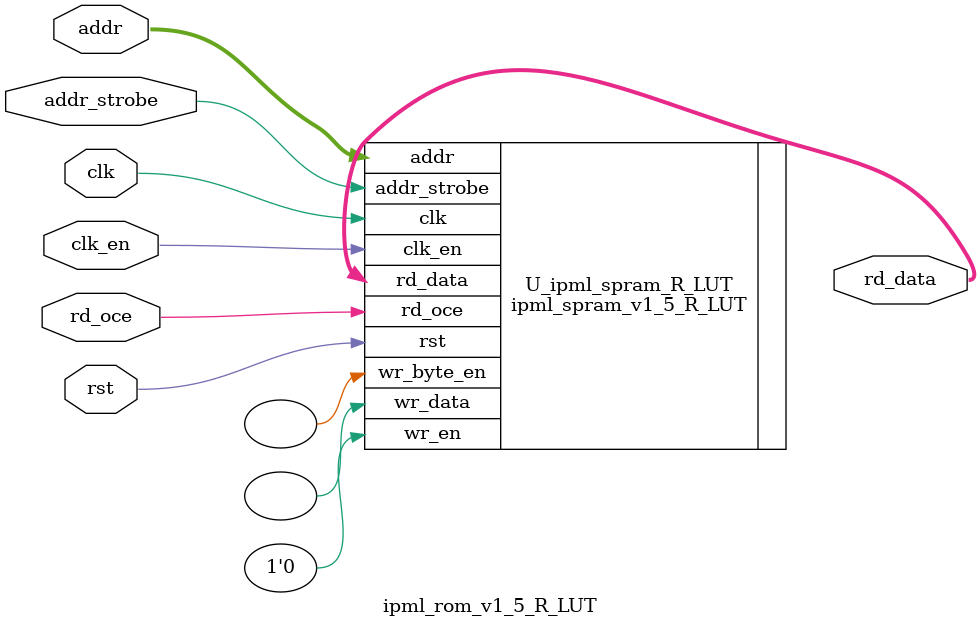
<source format=v>



module ipml_rom_v1_5_R_LUT
 #(
    parameter  c_SIM_DEVICE     = "LOGOS"      ,
    parameter  c_ADDR_WIDTH     = 10           ,           //write address width  legal value:1~20 
    parameter  c_DATA_WIDTH     = 32           ,           //write data width     legal value:8~1152
    parameter  c_OUTPUT_REG     = 0            ,           //output register      legal value:1~20
    parameter  c_RD_OCE_EN      = 0            ,
    parameter  c_CLK_EN         = 0            ,
    parameter  c_ADDR_STROBE_EN = 0            ,
    parameter  c_RESET_TYPE     = "ASYNC_RESET",           //ASYNC_RESET_SYNC_RELEASE SYNC_RESET legal valve "ASYNC_RESET_SYNC_RELEASE" "SYNC_RESET" "ASYNC_RESET"
    parameter  c_POWER_OPT      = 0            ,           //0 :normal mode  1:low power mode legal value:0 or 1
    parameter  c_CLK_OR_POL_INV = 0            ,           //clk polarity invert for output register   legal value 1 or 0           
    parameter  c_INIT_FILE      = "NONE"       ,           //legal value:"NONE" or "initial file name"
    parameter  c_INIT_FORMAT    = "BIN"                   //initial data format   legal valve: "bin" or "hex"
    
 )
  (
   
    input  wire [c_ADDR_WIDTH-1 : 0]  addr        ,
    output wire [c_DATA_WIDTH-1 : 0]  rd_data     ,
    input  wire                       clk         ,
    input  wire                       clk_en      ,
    input  wire                       addr_strobe ,
    input  wire                       rst         ,
    input  wire                       rd_oce       
  );

//**********************************************************************************************************************************************   
    
//main code
//*************************************************************************************************************************************
//inner variables

ipml_spram_v1_5_R_LUT
 #(
    .c_SIM_DEVICE     (c_SIM_DEVICE),
    .c_ADDR_WIDTH     (c_ADDR_WIDTH),           //write address width  legal value:1~20                              
    .c_DATA_WIDTH     (c_DATA_WIDTH),           //write data width     legal value:8~1152                            
    .c_OUTPUT_REG     (c_OUTPUT_REG),           //output register      legal value:1~20                              
    .c_RD_OCE_EN      (c_RD_OCE_EN),
    .c_ADDR_STROBE_EN (c_ADDR_STROBE_EN),
    .c_CLK_EN         (c_CLK_EN),
    .c_RESET_TYPE     (c_RESET_TYPE),           //legal valve "ASYNC_RESET_SYNC_RELEASE" "SYNC_RESET" "ASYNC_RESET"  
    .c_POWER_OPT      (c_POWER_OPT),            //0 :normal mode  1:low power mode legal value:0 or 1                 
    .c_CLK_OR_POL_INV (c_CLK_OR_POL_INV),       //clk polarity invert for output register legal value 1 or 0         
    .c_INIT_FILE      (c_INIT_FILE),            //legal value:"NONE" or "initial file name"                          
    .c_INIT_FORMAT    (c_INIT_FORMAT),          //initial data format   legal valve: "bin" or "hex"                  
    .c_WR_BYTE_EN     (0),                      //byte write enable    legal value: 0 or 1                            
    .c_BE_WIDTH       (1),                      //byte width legal value: 1~128
    .c_RAM_MODE       ("ROM"),
    .c_WRITE_MODE     ("NORMAL_WRITE")          //global reset enable  legal value 0 or 1                            
 )  U_ipml_spram_R_LUT                       //"NORMAL_WRITE"; // TRANSPARENT_WRITE READ_BEFORE_WRITE             
  (
   
    .addr        (addr),
    .wr_data     (),
    .rd_data     (rd_data),
    .wr_en       (1'b0),
    .clk         (clk),
    .clk_en      (clk_en),
    .addr_strobe (addr_strobe),
    .rst         (rst),
    .wr_byte_en  (),
    .rd_oce      (rd_oce) 
  );
 

endmodule


</source>
